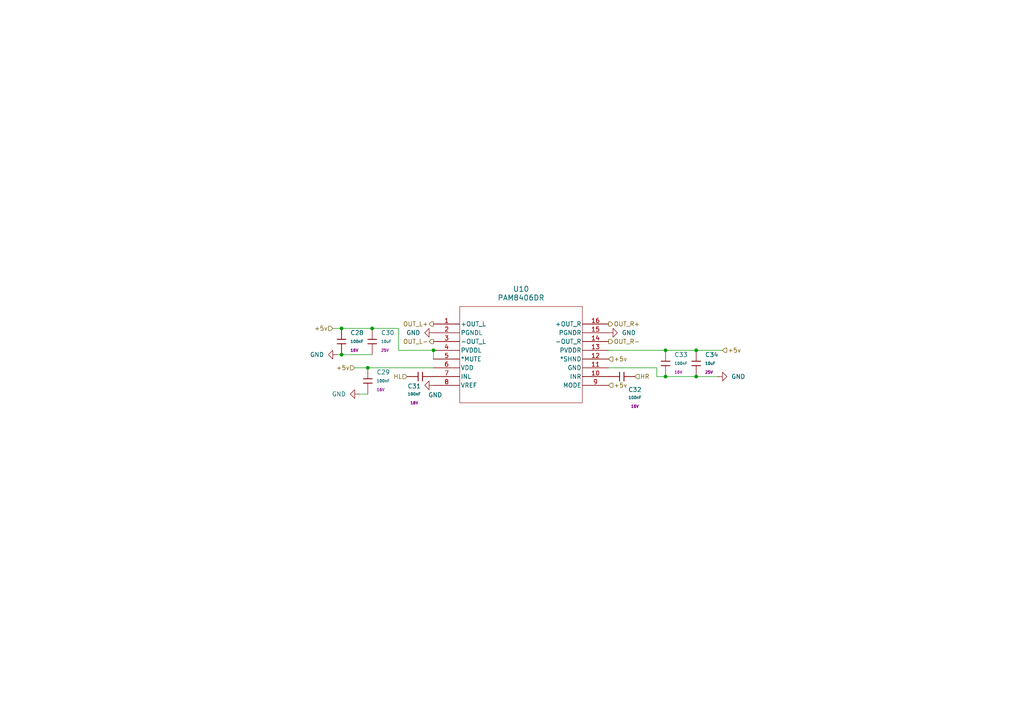
<source format=kicad_sch>
(kicad_sch (version 20250114) (generator "eeschema") (generator_version "9.0")
  (paper "A4")
  (lib_symbols
    (symbol "PAM8406_DIO:PAM8406DR" (pin_names (offset 0.254))
      (property "Reference" "U1" (at 25.4 10.16 0))
      (property "Value" "PAM8406DR" (at 25.4 7.62 0))
      (symbol "PAM8406DR_0_1"
        (polyline (pts (xy 7.62 5.08) (xy 7.62 -22.86)) (stroke (width 0.127)))
        (polyline (pts (xy 7.62 -22.86) (xy 43.18 -22.86)) (stroke (width 0.127)))
        (polyline (pts (xy 43.18 5.08) (xy 7.62 5.08)) (stroke (width 0.127)))
        (polyline (pts (xy 43.18 -22.86) (xy 43.18 5.08)) (stroke (width 0.127)))
        (pin output line (at 0 0 0) (length 7.62) (name "+OUT_L") (number "1"))
        (pin passive line (at 0 -2.54 0) (length 7.62) (name "PGNDL") (number "2"))
        (pin output line (at 0 -5.08 0) (length 7.62) (name "-OUT_L") (number "3"))
        (pin input line (at 0 -7.62 0) (length 7.62) (name "PVDDL") (number "4"))
        (pin input line (at 0 -10.16 0) (length 7.62) (name "*MUTE") (number "5"))
        (pin input line (at 0 -12.7 0) (length 7.62) (name "VDD") (number "6"))
        (pin input line (at 0 -15.24 0) (length 7.62) (name "INL") (number "7"))
        (pin input line (at 0 -17.78 0) (length 7.62) (name "VREF") (number "8"))
        (pin output line (at 50.8 0 180) (length 7.62) (name "+OUT_R") (number "16"))
        (pin passive line (at 50.8 -2.54 180) (length 7.62) (name "PGNDR") (number "15"))
        (pin output line (at 50.8 -5.08 180) (length 7.62) (name "-OUT_R") (number "14"))
        (pin input line (at 50.8 -7.62 180) (length 7.62) (name "PVDDR") (number "13"))
        (pin input line (at 50.8 -10.16 180) (length 7.62) (name "*SHND") (number "12"))
        (pin passive line (at 50.8 -12.7 180) (length 7.62) (name "GND") (number "11"))
        (pin input line (at 50.8 -15.24 180) (length 7.62) (name "INR") (number "10"))
        (pin input line (at 50.8 -17.78 180) (length 7.62) (name "MODE") (number "9"))
      )
    )
    (symbol "PCM_JLCPCB-Capacitors:0402,100nF" (pin_numbers (hide yes)) (pin_names (offset 0))
      (property "Reference" "C" (at 2.032 1.668 0))
      (property "Value" "100nF" (at 2.032 -0.3782 0))
      (property "Voltage Rated" "16V" (at 2.032 -2.0462 0))
      (symbol "0402,100nF_0_1"
        (polyline (pts (xy -1.27 0.635) (xy 1.27 0.635)) (stroke (width 0.254)))
        (polyline (pts (xy -1.27 -0.635) (xy 1.27 -0.635)) (stroke (width 0.254)))
      )
      (symbol "0402,100nF_1_1"
        (pin passive line (at 0 3.81 270) (length 3.175) (name "~") (number "1"))
        (pin passive line (at 0 -3.81 90) (length 3.175) (name "~") (number "2"))
      )
    )
    (symbol "PCM_JLCPCB-Capacitors:0805,10uF" (pin_numbers (hide yes)) (pin_names (offset 0))
      (property "Reference" "C" (at 2.032 1.668 0))
      (property "Value" "10uF" (at 2.032 -0.3782 0))
      (property "Voltage Rated" "25V" (at 2.032 -2.0462 0))
      (symbol "0805,10uF_0_1"
        (polyline (pts (xy -1.27 0.635) (xy 1.27 0.635)) (stroke (width 0.254)))
        (polyline (pts (xy -1.27 -0.635) (xy 1.27 -0.635)) (stroke (width 0.254)))
      )
      (symbol "0805,10uF_1_1"
        (pin passive line (at 0 3.81 270) (length 3.175) (name "~") (number "1"))
        (pin passive line (at 0 -3.81 90) (length 3.175) (name "~") (number "2"))
      )
    )
    (symbol "power:GND" (power) (pin_numbers (hide yes)) (pin_names (offset 0) (hide yes))
      (property "Value" "GND" (at 0 -3.81 0))
      (symbol "GND_0_1"
        (polyline (pts (xy 0 0) (xy 0 -1.27) (xy 1.27 -1.27) (xy 0 -2.54) (xy -1.27 -1.27) (xy 0 -1.27)))
      )
      (symbol "GND_1_1"
        (pin power_in line (at 0 0 270) (length 0) (name "~") (number "1"))
      )
    )
  )
  (junction (at 99.06 102.87))
  (junction (at 99.06 95.25))
  (junction (at 106.68 106.68))
  (junction (at 193.04 109.22))
  (junction (at 107.95 95.25))
  (junction (at 125.73 101.6))
  (junction (at 201.93 109.22))
  (junction (at 193.04 101.6))
  (junction (at 201.93 101.6))
  (wire (pts (xy 107.95 95.25) (xy 115.57 95.25)))
  (wire (pts (xy 193.04 109.22) (xy 190.5 109.22)))
  (wire (pts (xy 99.06 95.25) (xy 107.95 95.25)))
  (wire (pts (xy 209.55 101.6) (xy 201.93 101.6)))
  (wire (pts (xy 190.5 106.68) (xy 176.53 106.68)))
  (wire (pts (xy 125.73 101.6) (xy 125.73 104.14)))
  (wire (pts (xy 106.68 114.3) (xy 104.14 114.3)))
  (wire (pts (xy 106.68 106.68) (xy 125.73 106.68)))
  (wire (pts (xy 99.06 102.87) (xy 107.95 102.87)))
  (wire (pts (xy 201.93 101.6) (xy 193.04 101.6)))
  (wire (pts (xy 201.93 109.22) (xy 193.04 109.22)))
  (wire (pts (xy 102.87 106.68) (xy 106.68 106.68)))
  (wire (pts (xy 208.28 109.22) (xy 201.93 109.22)))
  (wire (pts (xy 190.5 109.22) (xy 190.5 106.68)))
  (wire (pts (xy 193.04 101.6) (xy 176.53 101.6)))
  (wire (pts (xy 96.52 95.25) (xy 99.06 95.25)))
  (wire (pts (xy 115.57 95.25) (xy 115.57 101.6)))
  (wire (pts (xy 97.79 102.87) (xy 99.06 102.87)))
  (wire (pts (xy 115.57 101.6) (xy 125.73 101.6)))
  (hierarchical_label "OUT_R+" (shape output) (at 176.53 93.98 0))
  (hierarchical_label "+5v" (shape input) (at 176.53 104.14 0))
  (hierarchical_label "OUT_L+" (shape output) (at 125.73 93.98 180))
  (hierarchical_label "HR" (shape input) (at 184.15 109.22 0))
  (hierarchical_label "+5v" (shape input) (at 102.87 106.68 180))
  (hierarchical_label "OUT_R-" (shape output) (at 176.53 99.06 0))
  (hierarchical_label "OUT_L-" (shape output) (at 125.73 99.06 180))
  (hierarchical_label "HL" (shape input) (at 118.11 109.22 180))
  (hierarchical_label "+5v" (shape input) (at 176.53 111.76 0))
  (hierarchical_label "+5v" (shape input) (at 96.52 95.25 180))
  (hierarchical_label "+5v" (shape input) (at 209.55 101.6 0))
  (symbol (lib_id "PCM_JLCPCB-Capacitors:0402,100nF") (at 193.04 105.41 0) (unit 1)
    (property "Reference" "C33" (at 195.58 102.8699 0) (effects (justify left)))
    (property "Value" "100nF" (at 195.58 105.41 0) (effects (font (size 0.8 0.8)) (justify left)))
    (property "Footprint" "PCM_JLCPCB:C_0402" (effects (hide yes)))
    (property "Datasheet" "https://www.lcsc.com/datasheet/lcsc_datasheet_2304140030_Samsung-Electro-Mechanics-CL05B104KO5NNNC_C1525.pdf" (effects (hide yes)))
    (property "Description" "16V 100nF X7R ±10% 0402 Multilayer Ceramic Capacitors MLCC - SMD/SMT ROHS" (effects (hide yes)))
    (property "LCSC" "C1525" (effects (hide yes)))
    (property "Stock" "17143248" (effects (hide yes)))
    (property "Price" "0.004USD" (effects (hide yes)))
    (property "Process" "SMT" (effects (hide yes)))
    (property "Minimum Qty" "20" (effects (hide yes)))
    (property "Attrition Qty" "10" (effects (hide yes)))
    (property "Class" "Basic Component" (effects (hide yes)))
    (property "Category" "Capacitors,Multilayer Ceramic Capacitors MLCC - SMD/SMT" (effects (hide yes)))
    (property "Manufacturer" "Samsung Electro-Mechanics" (effects (hide yes)))
    (property "Part" "CL05B104KO5NNNC" (effects (hide yes)))
    (property "Voltage Rated" "16V" (at 195.58 107.95 0) (effects (font (size 0.8 0.8)) (justify left)))
    (property "Tolerance" "±10%" (effects (hide yes)))
    (property "Capacitance" "100nF" (effects (hide yes)))
    (property "Temperature Coefficient" "X7R" (effects (hide yes)))
  )
  (symbol (lib_id "power:GND") (at 97.79 102.87 270) (mirror x) (unit 1)
    (property "Reference" "#PWR070" (effects (hide yes)))
    (property "Value" "GND" (at 93.98 102.8701 90) (effects (justify right)))
    (property "Description" "Power symbol creates a global label with name \"GND\" , ground" (effects (hide yes)))
  )
  (symbol (lib_id "power:GND") (at 125.73 96.52 270) (unit 1)
    (property "Reference" "#PWR072" (effects (hide yes)))
    (property "Value" "GND" (at 121.92 96.5199 90) (effects (justify right)))
    (property "Description" "Power symbol creates a global label with name \"GND\" , ground" (effects (hide yes)))
  )
  (symbol (lib_id "PCM_JLCPCB-Capacitors:0402,100nF") (at 106.68 110.49 0) (unit 1)
    (property "Reference" "C29" (at 109.22 107.9499 0) (effects (justify left)))
    (property "Value" "100nF" (at 109.22 110.49 0) (effects (font (size 0.8 0.8)) (justify left)))
    (property "Footprint" "PCM_JLCPCB:C_0402" (effects (hide yes)))
    (property "Datasheet" "https://www.lcsc.com/datasheet/lcsc_datasheet_2304140030_Samsung-Electro-Mechanics-CL05B104KO5NNNC_C1525.pdf" (effects (hide yes)))
    (property "Description" "16V 100nF X7R ±10% 0402 Multilayer Ceramic Capacitors MLCC - SMD/SMT ROHS" (effects (hide yes)))
    (property "LCSC" "C1525" (effects (hide yes)))
    (property "Stock" "17143248" (effects (hide yes)))
    (property "Price" "0.004USD" (effects (hide yes)))
    (property "Process" "SMT" (effects (hide yes)))
    (property "Minimum Qty" "20" (effects (hide yes)))
    (property "Attrition Qty" "10" (effects (hide yes)))
    (property "Class" "Basic Component" (effects (hide yes)))
    (property "Category" "Capacitors,Multilayer Ceramic Capacitors MLCC - SMD/SMT" (effects (hide yes)))
    (property "Manufacturer" "Samsung Electro-Mechanics" (effects (hide yes)))
    (property "Part" "CL05B104KO5NNNC" (effects (hide yes)))
    (property "Voltage Rated" "16V" (at 109.22 113.03 0) (effects (font (size 0.8 0.8)) (justify left)))
    (property "Tolerance" "±10%" (effects (hide yes)))
    (property "Capacitance" "100nF" (effects (hide yes)))
    (property "Temperature Coefficient" "X7R" (effects (hide yes)))
  )
  (symbol (lib_id "PCM_JLCPCB-Capacitors:0805,10uF") (at 107.95 99.06 0) (unit 1)
    (property "Reference" "C30" (at 110.49 96.5199 0) (effects (justify left)))
    (property "Value" "10uF" (at 110.49 99.06 0) (effects (font (size 0.8 0.8)) (justify left)))
    (property "Footprint" "PCM_JLCPCB:C_0805" (effects (hide yes)))
    (property "Datasheet" "https://www.lcsc.com/datasheet/lcsc_datasheet_2304140030_Samsung-Electro-Mechanics-CL21A106KAYNNNE_C15850.pdf" (effects (hide yes)))
    (property "Description" "25V 10uF X5R ±10% 0805 Multilayer Ceramic Capacitors MLCC - SMD/SMT ROHS" (effects (hide yes)))
    (property "LCSC" "C15850" (effects (hide yes)))
    (property "Stock" "6572470" (effects (hide yes)))
    (property "Price" "0.013USD" (effects (hide yes)))
    (property "Process" "SMT" (effects (hide yes)))
    (property "Minimum Qty" "20" (effects (hide yes)))
    (property "Attrition Qty" "10" (effects (hide yes)))
    (property "Class" "Basic Component" (effects (hide yes)))
    (property "Category" "Capacitors,Multilayer Ceramic Capacitors MLCC - SMD/SMT" (effects (hide yes)))
    (property "Manufacturer" "Samsung Electro-Mechanics" (effects (hide yes)))
    (property "Part" "CL21A106KAYNNNE" (effects (hide yes)))
    (property "Voltage Rated" "25V" (at 110.49 101.6 0) (effects (font (size 0.8 0.8)) (justify left)))
    (property "Tolerance" "±10%" (effects (hide yes)))
    (property "Capacitance" "10uF" (effects (hide yes)))
    (property "Temperature Coefficient" "X5R" (effects (hide yes)))
  )
  (symbol (lib_id "power:GND") (at 208.28 109.22 90) (mirror x) (unit 1)
    (property "Reference" "#PWR075" (effects (hide yes)))
    (property "Value" "GND" (at 212.09 109.2199 90) (effects (justify right)))
    (property "Description" "Power symbol creates a global label with name \"GND\" , ground" (effects (hide yes)))
  )
  (symbol (lib_id "PAM8406_DIO:PAM8406DR") (at 125.73 93.98 0) (unit 1)
    (property "Reference" "U10" (at 151.13 83.82 0) (effects (font (size 1.524 1.524))))
    (property "Value" "PAM8406DR" (at 151.13 86.36 0) (effects (font (size 1.524 1.524))))
    (property "Footprint" "Custom Components:SO-16_PAM8406_DIO" (effects (hide yes)))
    (property "Datasheet" "PAM8406DR" (effects (hide yes)))
  )
  (symbol (lib_id "PCM_JLCPCB-Capacitors:0402,100nF") (at 121.92 109.22 270) (unit 1)
    (property "Reference" "C31" (at 120.142 112.014 90))
    (property "Value" "100nF" (at 120.142 114.3 90) (effects (font (size 0.8 0.8))))
    (property "Footprint" "PCM_JLCPCB:C_0402" (effects (hide yes)))
    (property "Datasheet" "https://www.lcsc.com/datasheet/lcsc_datasheet_2304140030_Samsung-Electro-Mechanics-CL05B104KO5NNNC_C1525.pdf" (effects (hide yes)))
    (property "Description" "16V 100nF X7R ±10% 0402 Multilayer Ceramic Capacitors MLCC - SMD/SMT ROHS" (effects (hide yes)))
    (property "LCSC" "C1525" (effects (hide yes)))
    (property "Stock" "17143248" (effects (hide yes)))
    (property "Price" "0.004USD" (effects (hide yes)))
    (property "Process" "SMT" (effects (hide yes)))
    (property "Minimum Qty" "20" (effects (hide yes)))
    (property "Attrition Qty" "10" (effects (hide yes)))
    (property "Class" "Basic Component" (effects (hide yes)))
    (property "Category" "Capacitors,Multilayer Ceramic Capacitors MLCC - SMD/SMT" (effects (hide yes)))
    (property "Manufacturer" "Samsung Electro-Mechanics" (effects (hide yes)))
    (property "Part" "CL05B104KO5NNNC" (effects (hide yes)))
    (property "Voltage Rated" "16V" (at 120.142 116.84 90) (effects (font (size 0.8 0.8))))
    (property "Tolerance" "±10%" (effects (hide yes)))
    (property "Capacitance" "100nF" (effects (hide yes)))
    (property "Temperature Coefficient" "X7R" (effects (hide yes)))
  )
  (symbol (lib_id "power:GND") (at 104.14 114.3 270) (mirror x) (unit 1)
    (property "Reference" "#PWR071" (effects (hide yes)))
    (property "Value" "GND" (at 100.33 114.3001 90) (effects (justify right)))
    (property "Description" "Power symbol creates a global label with name \"GND\" , ground" (effects (hide yes)))
  )
  (symbol (lib_id "PCM_JLCPCB-Capacitors:0402,100nF") (at 180.34 109.22 270) (unit 1)
    (property "Reference" "C32" (at 184.15 113.03 90))
    (property "Value" "100nF" (at 184.15 115.316 90) (effects (font (size 0.8 0.8))))
    (property "Footprint" "PCM_JLCPCB:C_0402" (effects (hide yes)))
    (property "Datasheet" "https://www.lcsc.com/datasheet/lcsc_datasheet_2304140030_Samsung-Electro-Mechanics-CL05B104KO5NNNC_C1525.pdf" (effects (hide yes)))
    (property "Description" "16V 100nF X7R ±10% 0402 Multilayer Ceramic Capacitors MLCC - SMD/SMT ROHS" (effects (hide yes)))
    (property "LCSC" "C1525" (effects (hide yes)))
    (property "Stock" "17143248" (effects (hide yes)))
    (property "Price" "0.004USD" (effects (hide yes)))
    (property "Process" "SMT" (effects (hide yes)))
    (property "Minimum Qty" "20" (effects (hide yes)))
    (property "Attrition Qty" "10" (effects (hide yes)))
    (property "Class" "Basic Component" (effects (hide yes)))
    (property "Category" "Capacitors,Multilayer Ceramic Capacitors MLCC - SMD/SMT" (effects (hide yes)))
    (property "Manufacturer" "Samsung Electro-Mechanics" (effects (hide yes)))
    (property "Part" "CL05B104KO5NNNC" (effects (hide yes)))
    (property "Voltage Rated" "16V" (at 184.15 117.856 90) (effects (font (size 0.8 0.8))))
    (property "Tolerance" "±10%" (effects (hide yes)))
    (property "Capacitance" "100nF" (effects (hide yes)))
    (property "Temperature Coefficient" "X7R" (effects (hide yes)))
  )
  (symbol (lib_id "PCM_JLCPCB-Capacitors:0805,10uF") (at 201.93 105.41 0) (unit 1)
    (property "Reference" "C34" (at 204.47 102.8699 0) (effects (justify left)))
    (property "Value" "10uF" (at 204.47 105.41 0) (effects (font (size 0.8 0.8)) (justify left)))
    (property "Footprint" "PCM_JLCPCB:C_0805" (effects (hide yes)))
    (property "Datasheet" "https://www.lcsc.com/datasheet/lcsc_datasheet_2304140030_Samsung-Electro-Mechanics-CL21A106KAYNNNE_C15850.pdf" (effects (hide yes)))
    (property "Description" "25V 10uF X5R ±10% 0805 Multilayer Ceramic Capacitors MLCC - SMD/SMT ROHS" (effects (hide yes)))
    (property "LCSC" "C15850" (effects (hide yes)))
    (property "Stock" "6572470" (effects (hide yes)))
    (property "Price" "0.013USD" (effects (hide yes)))
    (property "Process" "SMT" (effects (hide yes)))
    (property "Minimum Qty" "20" (effects (hide yes)))
    (property "Attrition Qty" "10" (effects (hide yes)))
    (property "Class" "Basic Component" (effects (hide yes)))
    (property "Category" "Capacitors,Multilayer Ceramic Capacitors MLCC - SMD/SMT" (effects (hide yes)))
    (property "Manufacturer" "Samsung Electro-Mechanics" (effects (hide yes)))
    (property "Part" "CL21A106KAYNNNE" (effects (hide yes)))
    (property "Voltage Rated" "25V" (at 204.47 107.95 0) (effects (font (size 0.8 0.8)) (justify left)))
    (property "Tolerance" "±10%" (effects (hide yes)))
    (property "Capacitance" "10uF" (effects (hide yes)))
    (property "Temperature Coefficient" "X5R" (effects (hide yes)))
  )
  (symbol (lib_id "power:GND") (at 176.53 96.52 90) (mirror x) (unit 1)
    (property "Reference" "#PWR074" (effects (hide yes)))
    (property "Value" "GND" (at 180.34 96.5199 90) (effects (justify right)))
    (property "Description" "Power symbol creates a global label with name \"GND\" , ground" (effects (hide yes)))
  )
  (symbol (lib_id "PCM_JLCPCB-Capacitors:0402,100nF") (at 99.06 99.06 0) (unit 1)
    (property "Reference" "C28" (at 101.6 96.5199 0) (effects (justify left)))
    (property "Value" "100nF" (at 101.6 99.06 0) (effects (font (size 0.8 0.8)) (justify left)))
    (property "Footprint" "PCM_JLCPCB:C_0402" (effects (hide yes)))
    (property "Datasheet" "https://www.lcsc.com/datasheet/lcsc_datasheet_2304140030_Samsung-Electro-Mechanics-CL05B104KO5NNNC_C1525.pdf" (effects (hide yes)))
    (property "Description" "16V 100nF X7R ±10% 0402 Multilayer Ceramic Capacitors MLCC - SMD/SMT ROHS" (effects (hide yes)))
    (property "LCSC" "C1525" (effects (hide yes)))
    (property "Stock" "17143248" (effects (hide yes)))
    (property "Price" "0.004USD" (effects (hide yes)))
    (property "Process" "SMT" (effects (hide yes)))
    (property "Minimum Qty" "20" (effects (hide yes)))
    (property "Attrition Qty" "10" (effects (hide yes)))
    (property "Class" "Basic Component" (effects (hide yes)))
    (property "Category" "Capacitors,Multilayer Ceramic Capacitors MLCC - SMD/SMT" (effects (hide yes)))
    (property "Manufacturer" "Samsung Electro-Mechanics" (effects (hide yes)))
    (property "Part" "CL05B104KO5NNNC" (effects (hide yes)))
    (property "Voltage Rated" "16V" (at 101.6 101.6 0) (effects (font (size 0.8 0.8)) (justify left)))
    (property "Tolerance" "±10%" (effects (hide yes)))
    (property "Capacitance" "100nF" (effects (hide yes)))
    (property "Temperature Coefficient" "X7R" (effects (hide yes)))
  )
  (symbol (lib_id "power:GND") (at 125.73 111.76 270) (mirror x) (unit 1)
    (property "Reference" "#PWR073" (effects (hide yes)))
    (property "Value" "GND" (at 128.27 114.554 90) (effects (justify right)))
    (property "Description" "Power symbol creates a global label with name \"GND\" , ground" (effects (hide yes)))
  )
)
</source>
